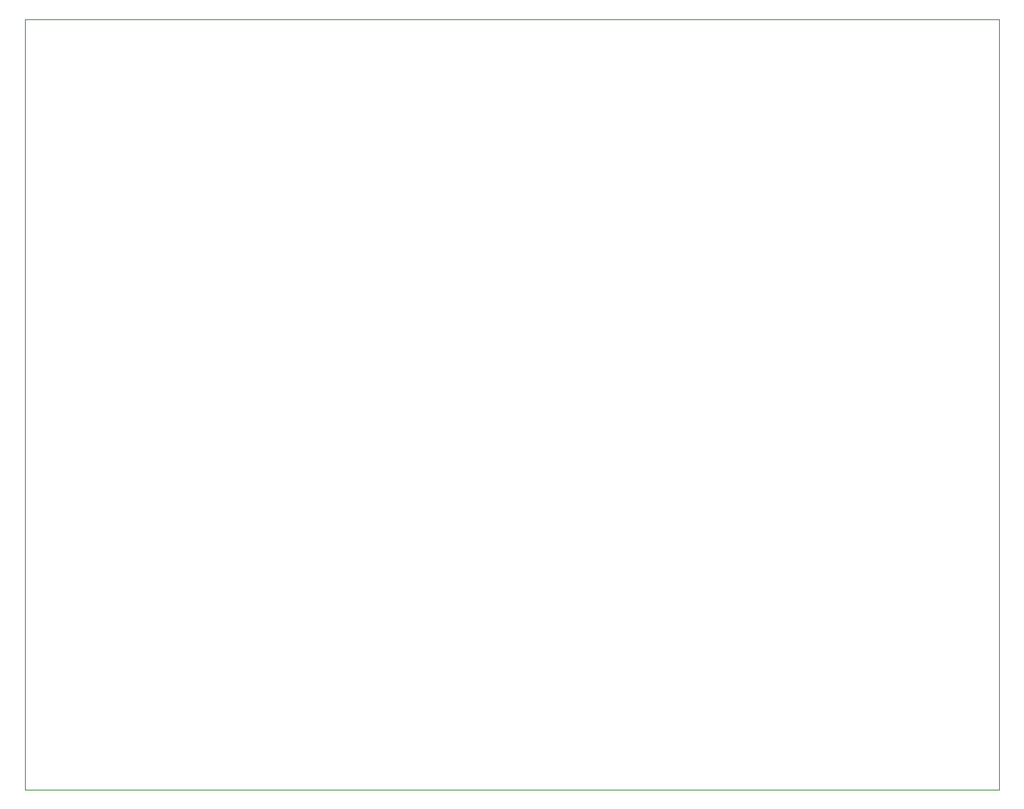
<source format=gbr>
%TF.GenerationSoftware,KiCad,Pcbnew,9.0.6-9.0.6~ubuntu25.04.1*%
%TF.CreationDate,2025-12-30T14:46:32-08:00*%
%TF.ProjectId,buzzer-pcb,62757a7a-6572-42d7-9063-622e6b696361,0*%
%TF.SameCoordinates,Original*%
%TF.FileFunction,Profile,NP*%
%FSLAX46Y46*%
G04 Gerber Fmt 4.6, Leading zero omitted, Abs format (unit mm)*
G04 Created by KiCad (PCBNEW 9.0.6-9.0.6~ubuntu25.04.1) date 2025-12-30 14:46:32*
%MOMM*%
%LPD*%
G01*
G04 APERTURE LIST*
%TA.AperFunction,Profile*%
%ADD10C,0.050000*%
%TD*%
G04 APERTURE END LIST*
D10*
X10500000Y-11000000D02*
X113000000Y-11000000D01*
X113000000Y-92000000D01*
X10500000Y-92000000D01*
X10500000Y-11000000D01*
M02*

</source>
